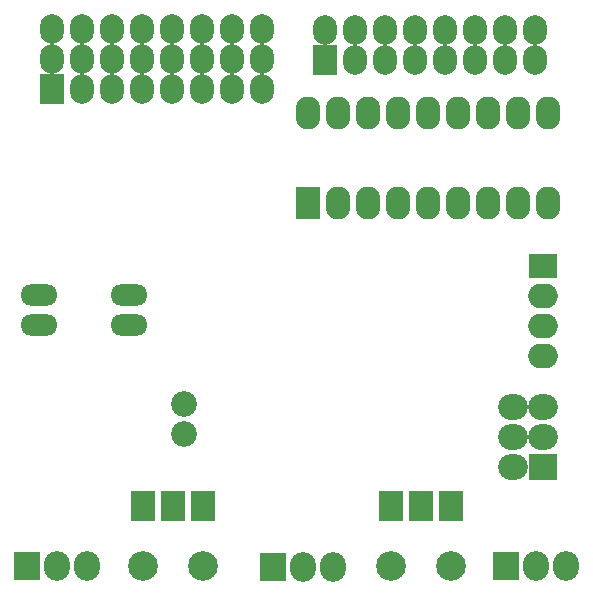
<source format=gbs>
G04 (created by PCBNEW-RS274X (2012-01-19 BZR 3256)-stable) date 13/04/2012 18:31:07*
G01*
G70*
G90*
%MOIN*%
G04 Gerber Fmt 3.4, Leading zero omitted, Abs format*
%FSLAX34Y34*%
G04 APERTURE LIST*
%ADD10C,0.006000*%
%ADD11R,0.082000X0.110000*%
%ADD12O,0.082000X0.110000*%
%ADD13R,0.094800X0.086900*%
%ADD14O,0.098700X0.086900*%
%ADD15R,0.086900X0.094800*%
%ADD16O,0.086900X0.098700*%
%ADD17O,0.080000X0.098700*%
%ADD18R,0.080000X0.098700*%
%ADD19R,0.094800X0.083000*%
%ADD20O,0.098700X0.083000*%
%ADD21R,0.079100X0.098700*%
%ADD22C,0.098700*%
%ADD23O,0.124000X0.072000*%
%ADD24C,0.086000*%
G04 APERTURE END LIST*
G54D10*
G54D11*
X26665Y-17969D03*
G54D12*
X27665Y-17969D03*
X28665Y-17969D03*
X29665Y-17969D03*
X30665Y-17969D03*
X31665Y-17969D03*
X32665Y-17969D03*
X33665Y-17969D03*
X34665Y-17969D03*
X34665Y-14969D03*
X33665Y-14969D03*
X32665Y-14969D03*
X31665Y-14969D03*
X30665Y-14969D03*
X29665Y-14969D03*
X28665Y-14969D03*
X27665Y-14969D03*
X26665Y-14969D03*
G54D13*
X34488Y-26756D03*
G54D14*
X33488Y-26756D03*
X34488Y-25756D03*
X33488Y-25756D03*
X34488Y-24756D03*
X33488Y-24756D03*
G54D15*
X33272Y-30055D03*
G54D16*
X34272Y-30055D03*
X35272Y-30055D03*
G54D15*
X17303Y-30055D03*
G54D16*
X18303Y-30055D03*
X19303Y-30055D03*
G54D15*
X25500Y-30091D03*
G54D16*
X26500Y-30091D03*
X27500Y-30091D03*
G54D17*
X25130Y-14161D03*
X24130Y-14161D03*
X23130Y-14161D03*
X22130Y-14161D03*
X21130Y-14161D03*
X20130Y-14161D03*
X19130Y-14161D03*
G54D18*
X18130Y-14161D03*
G54D17*
X18130Y-13161D03*
X18130Y-12161D03*
X19130Y-13161D03*
X19130Y-12161D03*
X20130Y-13161D03*
X20130Y-12161D03*
X21130Y-13161D03*
X21130Y-12161D03*
X22130Y-13161D03*
X22130Y-12161D03*
X23130Y-13161D03*
X23130Y-12161D03*
X24130Y-13161D03*
X24130Y-12161D03*
X25130Y-13161D03*
X25130Y-12161D03*
G54D18*
X27220Y-13181D03*
G54D17*
X27220Y-12181D03*
X28220Y-13181D03*
X28220Y-12181D03*
X29220Y-13181D03*
X29220Y-12181D03*
X30220Y-13181D03*
X30220Y-12181D03*
X31220Y-13181D03*
X31220Y-12181D03*
X32220Y-13181D03*
X32220Y-12181D03*
X33220Y-13181D03*
X33220Y-12181D03*
X34220Y-13181D03*
X34220Y-12181D03*
G54D19*
X34490Y-20070D03*
G54D20*
X34490Y-21070D03*
X34490Y-22070D03*
X34490Y-23070D03*
G54D21*
X30440Y-28070D03*
X31440Y-28070D03*
X29440Y-28070D03*
G54D22*
X29440Y-30070D03*
X31440Y-30070D03*
G54D21*
X22170Y-28070D03*
X23170Y-28070D03*
X21170Y-28070D03*
G54D22*
X21170Y-30070D03*
X23170Y-30070D03*
G54D23*
X17689Y-21039D03*
X17689Y-22039D03*
X20689Y-22039D03*
X20689Y-21039D03*
G54D24*
X22531Y-24661D03*
X22531Y-25661D03*
M02*

</source>
